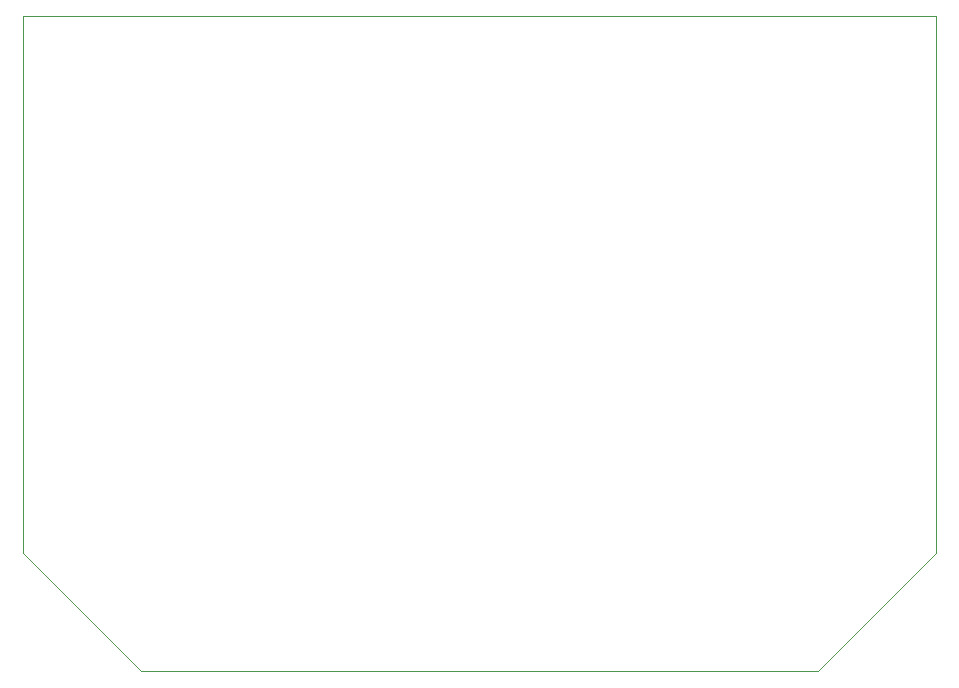
<source format=gbr>
%TF.GenerationSoftware,KiCad,Pcbnew,9.0.0*%
%TF.CreationDate,2025-04-06T21:49:30+02:00*%
%TF.ProjectId,_autosave-Innocent_schematic_without_fuse,5f617574-6f73-4617-9665-2d496e6e6f63,rev?*%
%TF.SameCoordinates,Original*%
%TF.FileFunction,Profile,NP*%
%FSLAX46Y46*%
G04 Gerber Fmt 4.6, Leading zero omitted, Abs format (unit mm)*
G04 Created by KiCad (PCBNEW 9.0.0) date 2025-04-06 21:49:30*
%MOMM*%
%LPD*%
G01*
G04 APERTURE LIST*
%TA.AperFunction,Profile*%
%ADD10C,0.050000*%
%TD*%
G04 APERTURE END LIST*
D10*
X185150000Y-103470000D02*
X175150000Y-113470000D01*
X117850000Y-113470000D01*
X107850000Y-103470000D01*
X107850000Y-58000000D01*
X185150000Y-58000000D01*
X185150000Y-103470000D01*
M02*

</source>
